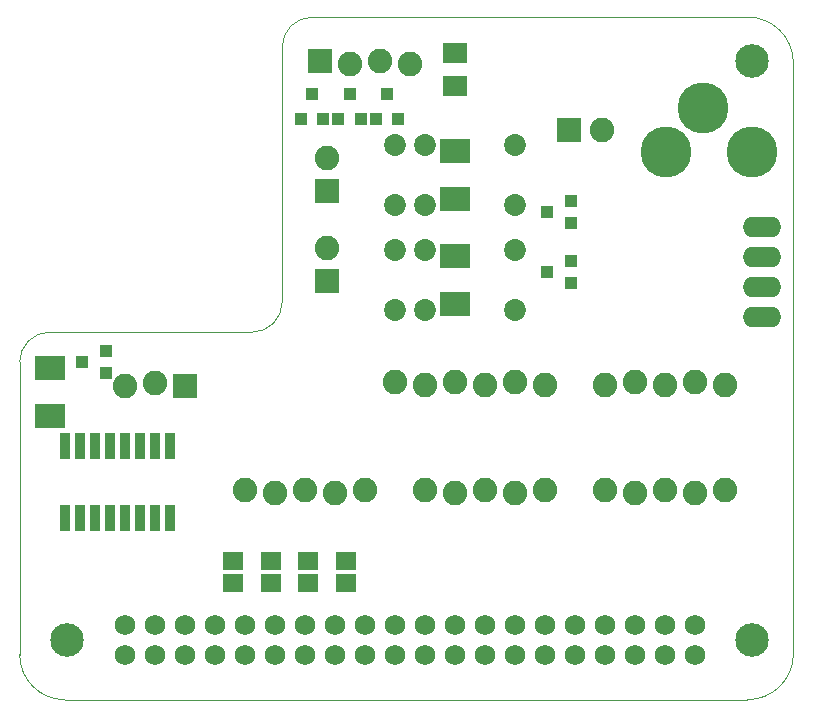
<source format=gbr>
%TF.GenerationSoftware,KiCad,Pcbnew,5.1.5+dfsg1-2~bpo10+1*%
%TF.CreationDate,2020-10-30T12:10:53+01:00*%
%TF.ProjectId,ms_auth_breakout,6d735f61-7574-4685-9f62-7265616b6f75,1.1.0*%
%TF.SameCoordinates,Original*%
%TF.FileFunction,Soldermask,Bot*%
%TF.FilePolarity,Negative*%
%FSLAX46Y46*%
G04 Gerber Fmt 4.6, Leading zero omitted, Abs format (unit mm)*
G04 Created by KiCad (PCBNEW 5.1.5+dfsg1-2~bpo10+1) date 2020-10-30 12:10:53 commit 8f6b4a8*
%MOMM*%
%LPD*%
G04 APERTURE LIST*
%ADD10C,0.050000*%
%ADD11C,2.843200*%
%ADD12C,1.727200*%
%ADD13R,0.863600X2.235200*%
%ADD14C,2.082800*%
%ADD15R,2.082800X2.082800*%
%ADD16C,4.318000*%
%ADD17R,2.003200X1.803200*%
%ADD18O,3.251200X1.727200*%
%ADD19R,1.003200X1.103200*%
%ADD20R,1.103200X1.003200*%
%ADD21C,1.854200*%
%ADD22R,2.603200X2.003200*%
%ADD23R,1.703200X1.503200*%
G04 APERTURE END LIST*
D10*
X119557800Y-133896100D02*
G75*
G02X115747800Y-130086100I0J3810000D01*
G01*
X119557800Y-133896100D02*
X177342800Y-133896100D01*
X181254400Y-130086100D02*
G75*
G02X177342800Y-133896100I-3860800J50800D01*
G01*
X181254400Y-130086100D02*
X181254400Y-79921100D01*
X177342800Y-76111100D02*
G75*
G02X181254400Y-79921100I50800J-3860800D01*
G01*
X177342800Y-76111100D02*
X140512800Y-76111100D01*
X137972800Y-78651100D02*
G75*
G02X140512800Y-76111100I2540000J0D01*
G01*
X137972800Y-78651100D02*
X137972800Y-100241100D01*
X135432800Y-102781100D02*
G75*
G03X137972800Y-100241100I0J2540000D01*
G01*
X135432800Y-102781100D02*
X118287800Y-102781100D01*
X115747800Y-105321100D02*
G75*
G02X118287800Y-102781100I2540000J0D01*
G01*
X115747800Y-105321100D02*
X115747800Y-130086100D01*
D11*
X177749200Y-128816100D03*
X119761000Y-128816100D03*
X177749200Y-79794100D03*
D12*
X124637800Y-130086100D03*
X124637800Y-127546100D03*
X127177800Y-130086100D03*
X127177800Y-127546100D03*
X129717800Y-130086100D03*
X129717800Y-127546100D03*
X132257800Y-130086100D03*
X132257800Y-127546100D03*
X134797800Y-130086100D03*
X134797800Y-127546100D03*
X137337800Y-130086100D03*
X137337800Y-127546100D03*
X139877800Y-130086100D03*
X139877800Y-127546100D03*
X142417800Y-130086100D03*
X142417800Y-127546100D03*
X144957800Y-130086100D03*
X144957800Y-127546100D03*
X147497800Y-130086100D03*
X147497800Y-127546100D03*
X150037800Y-130086100D03*
X150037800Y-127546100D03*
X152577800Y-130086100D03*
X152577800Y-127546100D03*
X155117800Y-130086100D03*
X155117800Y-127546100D03*
X157657800Y-130086100D03*
X157657800Y-127546100D03*
X160197800Y-130086100D03*
X160197800Y-127546100D03*
X162737800Y-130086100D03*
X162737800Y-127546100D03*
X165277800Y-130086100D03*
X165277800Y-127546100D03*
X167817800Y-130086100D03*
X167817800Y-127546100D03*
X170357800Y-130086100D03*
X170357800Y-127546100D03*
X172897800Y-130086100D03*
X172897800Y-127546100D03*
D13*
X119557800Y-112407700D03*
X119557800Y-118554500D03*
X120827800Y-112407700D03*
X122097800Y-112407700D03*
X120827800Y-118554500D03*
X122097800Y-118554500D03*
X123367800Y-112407700D03*
X123367800Y-118554500D03*
X124637800Y-112407700D03*
X124637800Y-118554500D03*
X125907800Y-112407700D03*
X127177800Y-112407700D03*
X125907800Y-118554500D03*
X127177800Y-118554500D03*
X128447800Y-112407700D03*
X128447800Y-118554500D03*
D14*
X165087300Y-85636100D03*
D15*
X162293300Y-85636100D03*
D14*
X175437800Y-116116100D03*
X172897800Y-116370100D03*
X170357800Y-116116100D03*
X167817800Y-116370100D03*
X165277800Y-116116100D03*
X160197800Y-116116100D03*
X157657800Y-116370100D03*
X155117800Y-116116100D03*
X152577800Y-116370100D03*
X150037800Y-116116100D03*
X144957800Y-116116100D03*
X142417800Y-116370100D03*
X139877800Y-116116100D03*
X137337800Y-116370100D03*
X134797800Y-116116100D03*
X165277800Y-107226100D03*
X167817800Y-106972100D03*
X170357800Y-107226100D03*
X172897800Y-106972100D03*
X175437800Y-107226100D03*
X124637800Y-107353100D03*
X127177800Y-107099100D03*
D15*
X129717800Y-107353100D03*
D16*
X173627800Y-83779500D03*
X177770800Y-87515700D03*
X170450000Y-87541100D03*
D17*
X152577800Y-81956100D03*
X152577800Y-79156100D03*
D18*
X178612800Y-93891100D03*
X178612800Y-96431100D03*
X178612800Y-98971100D03*
X178612800Y-101511100D03*
D19*
X140512800Y-82631100D03*
X139562800Y-84731100D03*
X141462800Y-84731100D03*
X143687800Y-82631100D03*
X142737800Y-84731100D03*
X144637800Y-84731100D03*
X146862800Y-82631100D03*
X145912800Y-84731100D03*
X147812800Y-84731100D03*
D20*
X120997800Y-105321100D03*
X123097800Y-106271100D03*
X123097800Y-104371100D03*
X160367800Y-92621100D03*
X162467800Y-93571100D03*
X162467800Y-91671100D03*
X160367800Y-97701100D03*
X162467800Y-98651100D03*
X162467800Y-96751100D03*
D21*
X147497800Y-91986100D03*
X150037800Y-91986100D03*
X157657800Y-91986100D03*
X157657800Y-86906100D03*
X150037800Y-86906100D03*
X147497800Y-86906100D03*
X147497800Y-100876100D03*
X150037800Y-100876100D03*
X157657800Y-100876100D03*
X157657800Y-95796100D03*
X150037800Y-95796100D03*
X147497800Y-95796100D03*
D14*
X141782800Y-95669100D03*
D15*
X141782800Y-98463100D03*
D14*
X141782800Y-88049100D03*
D15*
X141782800Y-90843100D03*
D14*
X148767800Y-80048100D03*
X146227800Y-79794100D03*
X143687800Y-80048100D03*
D15*
X141147800Y-79794100D03*
D22*
X152577800Y-100361100D03*
X152577800Y-96311100D03*
X152577800Y-91471100D03*
X152577800Y-87421100D03*
X118287800Y-105836100D03*
X118287800Y-109886100D03*
D23*
X133845300Y-124051100D03*
X133845300Y-122151100D03*
X137020300Y-124051100D03*
X137020300Y-122151100D03*
X143370300Y-124051100D03*
X143370300Y-122151100D03*
X140195300Y-124051100D03*
X140195300Y-122151100D03*
D14*
X147497800Y-106972100D03*
X150037800Y-107226100D03*
X152577800Y-106972100D03*
X155117800Y-107226100D03*
X157657800Y-106972100D03*
X160197800Y-107226100D03*
M02*

</source>
